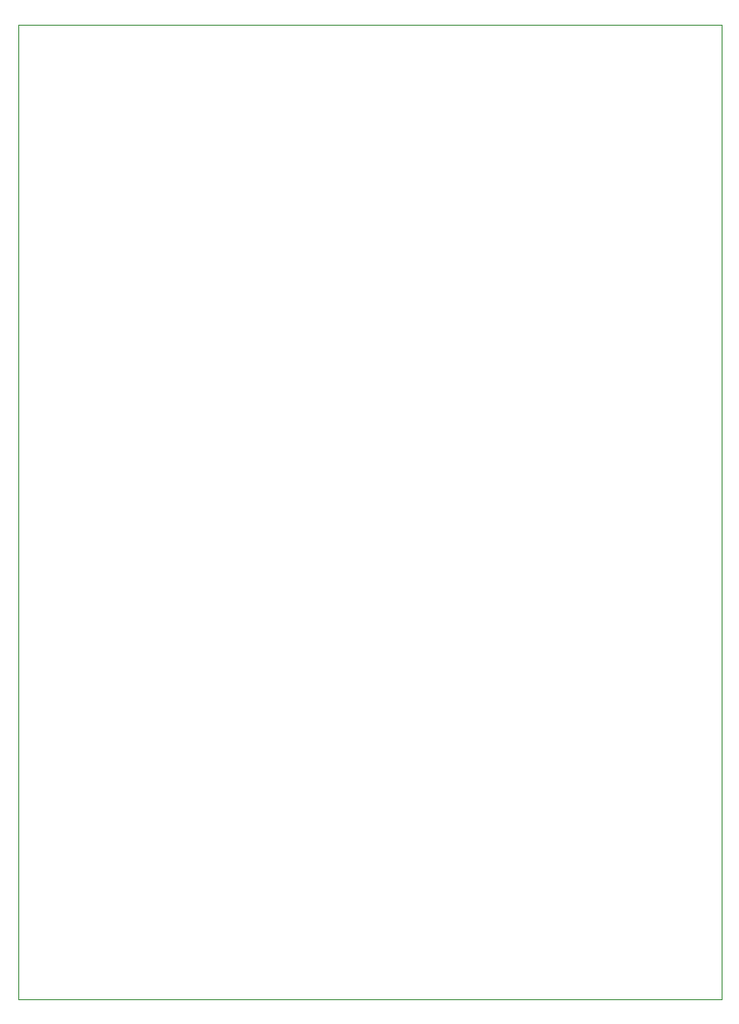
<source format=gbr>
%TF.GenerationSoftware,KiCad,Pcbnew,7.0.7*%
%TF.CreationDate,2024-02-01T11:26:11-05:00*%
%TF.ProjectId,ROSE-PILK_v1,524f5345-2d50-4494-9c4b-5f76312e6b69,rev?*%
%TF.SameCoordinates,Original*%
%TF.FileFunction,Profile,NP*%
%FSLAX46Y46*%
G04 Gerber Fmt 4.6, Leading zero omitted, Abs format (unit mm)*
G04 Created by KiCad (PCBNEW 7.0.7) date 2024-02-01 11:26:11*
%MOMM*%
%LPD*%
G01*
G04 APERTURE LIST*
%TA.AperFunction,Profile*%
%ADD10C,0.100000*%
%TD*%
G04 APERTURE END LIST*
D10*
X148000000Y-55000000D02*
X213000000Y-55000000D01*
X213000000Y-145000000D01*
X148000000Y-145000000D01*
X148000000Y-55000000D01*
M02*

</source>
